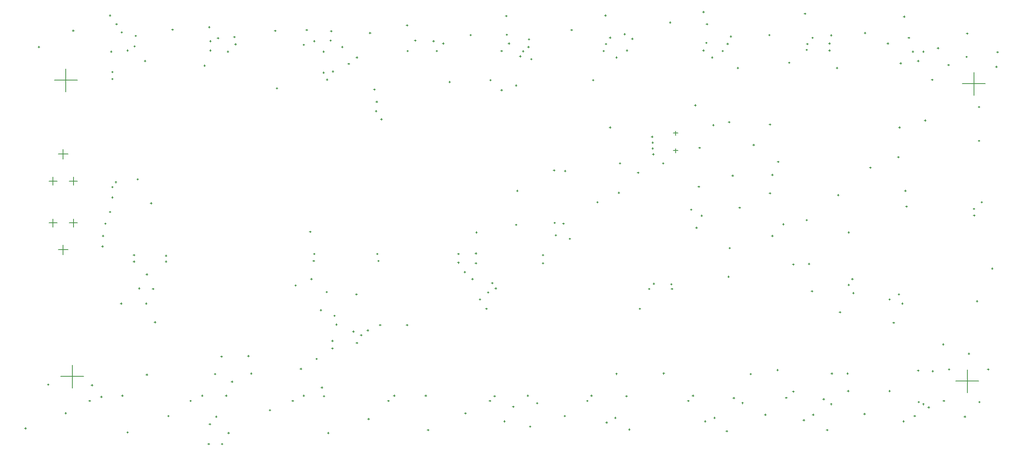
<source format=gbr>
%TF.GenerationSoftware,Altium Limited,Altium Designer,18.1.9 (240)*%
G04 Layer_Color=128*
%FSLAX26Y26*%
%MOIN*%
%TF.FileFunction,Drillmap*%
%TF.Part,Single*%
G01*
G75*
%TA.AperFunction,NonConductor*%
%ADD93C,0.005000*%
D93*
X1406575Y4220000D02*
X1603425D01*
X1505000Y4121575D02*
Y4318425D01*
X1461575Y1680000D02*
X1658425D01*
X1560000Y1581575D02*
Y1778425D01*
X9131575Y1640000D02*
X9328425D01*
X9230000Y1541575D02*
Y1738425D01*
X9189001Y4190000D02*
X9385852D01*
X9287426Y4091575D02*
Y4288425D01*
X6712087Y3615421D02*
X6751457D01*
X6731772Y3595736D02*
Y3635106D01*
X6712087Y3765421D02*
X6751457D01*
X6731772Y3745736D02*
Y3785106D01*
X1360354Y2995945D02*
X1429646D01*
X1395000Y2961299D02*
Y3030590D01*
X1360354Y3355000D02*
X1429646D01*
X1395000Y3320354D02*
Y3389646D01*
X1440158Y2765472D02*
X1525197D01*
X1482677Y2722953D02*
Y2807992D01*
X1440158Y3585551D02*
X1525197D01*
X1482677Y3543032D02*
Y3628071D01*
X1535551Y2995945D02*
X1604842D01*
X1570197Y2961299D02*
Y3030590D01*
X1535551Y3355000D02*
X1604842D01*
X1570197Y3320354D02*
Y3389646D01*
X8632500Y3560000D02*
X8647500D01*
X8640000Y3552500D02*
Y3567500D01*
X9323951Y3700000D02*
X9338951D01*
X9331451Y3692500D02*
Y3707500D01*
X9323951Y3990000D02*
X9338951D01*
X9331451Y3982500D02*
Y3997500D01*
X8922500Y4223609D02*
X8937500D01*
X8930000Y4216109D02*
Y4231109D01*
X3307500Y4150000D02*
X3322500D01*
X3315000Y4142500D02*
Y4157500D01*
X6892500Y4005000D02*
X6907500D01*
X6900000Y3997500D02*
Y4012500D01*
X7847500Y3020870D02*
X7862500D01*
X7855000Y3013370D02*
Y3028370D01*
X7552500Y3408476D02*
X7567500D01*
X7560000Y3400976D02*
Y3415976D01*
X7602500Y3520000D02*
X7617500D01*
X7610000Y3512500D02*
Y3527500D01*
X9202500Y1335000D02*
X9217500D01*
X9210000Y1327500D02*
Y1342500D01*
X8342500Y1358024D02*
X8357500D01*
X8350000Y1350524D02*
Y1365524D01*
X7492500Y1351569D02*
X7507500D01*
X7500000Y1344069D02*
Y1359069D01*
X5773314Y1340000D02*
X5788314D01*
X5780814Y1332500D02*
Y1347500D01*
X4922500Y1364147D02*
X4937500D01*
X4930000Y1356647D02*
Y1371647D01*
X4092500Y1315000D02*
X4107500D01*
X4100000Y1307500D02*
Y1322500D01*
X3247500Y1390000D02*
X3262500D01*
X3255000Y1382500D02*
Y1397500D01*
X2377500Y1340000D02*
X2392500D01*
X2385000Y1332500D02*
Y1347500D01*
X1497500Y1365000D02*
X1512500D01*
X1505000Y1357500D02*
Y1372500D01*
X1561428Y4645000D02*
X1576428D01*
X1568928Y4637500D02*
Y4652500D01*
X2412500Y4653550D02*
X2427500D01*
X2420000Y4646050D02*
Y4661050D01*
X3292500Y4643431D02*
X3307500D01*
X3300000Y4635931D02*
Y4650931D01*
X4105138Y4625000D02*
X4120138D01*
X4112638Y4617500D02*
Y4632500D01*
X4967500Y4606462D02*
X4982500D01*
X4975000Y4598962D02*
Y4613962D01*
X9222500Y4620000D02*
X9237500D01*
X9230000Y4612500D02*
Y4627500D01*
X8347500Y4625000D02*
X8362500D01*
X8355000Y4617500D02*
Y4632500D01*
X7527500Y4606462D02*
X7542500D01*
X7535000Y4598962D02*
Y4613962D01*
X5832500Y4650000D02*
X5847500D01*
X5840000Y4642500D02*
Y4657500D01*
X6237500Y3254421D02*
X6252500D01*
X6245000Y3246921D02*
Y3261921D01*
X6053548Y3173032D02*
X6068548D01*
X6061048Y3165532D02*
Y3180532D01*
X7212500Y3401018D02*
X7227500D01*
X7220000Y3393518D02*
Y3408518D01*
X6929350Y3640000D02*
X6944350D01*
X6936850Y3632500D02*
Y3647500D01*
X7177500Y2535000D02*
X7192500D01*
X7185000Y2527500D02*
Y2542500D01*
X7532500Y3250000D02*
X7547500D01*
X7540000Y3242500D02*
Y3257500D01*
X6677500Y4715000D02*
X6692500D01*
X6685000Y4707500D02*
Y4722500D01*
X9327674Y1460000D02*
X9342674D01*
X9335174Y1452500D02*
Y1467500D01*
X8892500Y1415000D02*
X8907500D01*
X8900000Y1407500D02*
Y1422500D01*
X8847500Y1442025D02*
X8862500D01*
X8855000Y1434525D02*
Y1449525D01*
X1722500Y1605000D02*
X1737500D01*
X1730000Y1597500D02*
Y1612500D01*
X8807500Y1460000D02*
X8822500D01*
X8815000Y1452500D02*
Y1467500D01*
X8238269Y2515000D02*
X8253269D01*
X8245769Y2507500D02*
Y2522500D01*
X8702500Y3137196D02*
X8717500D01*
X8710000Y3129696D02*
Y3144696D01*
X1977500Y4630000D02*
X1992500D01*
X1985000Y4622500D02*
Y4637500D01*
X5537500Y1450000D02*
X5552500D01*
X5545000Y1442500D02*
Y1457500D01*
X7297500Y1451976D02*
X7312500D01*
X7305000Y1444476D02*
Y1459476D01*
X8057500Y1442025D02*
X8072500D01*
X8065000Y1434525D02*
Y1449525D01*
X9022500Y1470000D02*
X9037500D01*
X9030000Y1462500D02*
Y1477500D01*
X9236756Y1875000D02*
X9251756D01*
X9244256Y1867500D02*
Y1882500D01*
X8692500Y3271508D02*
X8707500D01*
X8700000Y3264008D02*
Y3279008D01*
X7187500Y2780000D02*
X7202500D01*
X7195000Y2772500D02*
Y2787500D01*
X6857500Y3110000D02*
X6872500D01*
X6865000Y3102500D02*
Y3117500D01*
X8722500Y4583191D02*
X8737500D01*
X8730000Y4575691D02*
Y4590691D01*
X7897500Y4583191D02*
X7912500D01*
X7905000Y4575691D02*
Y4590691D01*
X6987500Y4539755D02*
X7002500D01*
X6995000Y4532255D02*
Y4547255D01*
X6162500Y4584755D02*
X6177500D01*
X6170000Y4577255D02*
Y4592255D01*
X5296050Y4535000D02*
X5311050D01*
X5303550Y4527500D02*
Y4542500D01*
X4492500Y4560000D02*
X4507500D01*
X4500000Y4552500D02*
Y4567500D01*
X3627500Y4555000D02*
X3642500D01*
X3635000Y4547500D02*
Y4562500D01*
X2802500Y4580245D02*
X2817500D01*
X2810000Y4572745D02*
Y4587745D01*
X8132500Y2230000D02*
X8147500D01*
X8140000Y2222500D02*
Y2237500D01*
X4312500Y1515000D02*
X4327500D01*
X4320000Y1507500D02*
Y1522500D01*
X5152500Y2480000D02*
X5167500D01*
X5160000Y2472500D02*
Y2487500D01*
X5182500Y2435000D02*
X5197500D01*
X5190000Y2427500D02*
Y2442500D01*
X6497500Y2430000D02*
X6512500D01*
X6505000Y2422500D02*
Y2437500D01*
X8207500Y2915000D02*
X8222500D01*
X8215000Y2907500D02*
Y2922500D01*
X8247500Y2395000D02*
X8262500D01*
X8255000Y2387500D02*
Y2402500D01*
X9282500Y3060000D02*
X9297500D01*
X9290000Y3052500D02*
Y3067500D01*
X4142500Y4140000D02*
X4157500D01*
X4150000Y4132500D02*
Y4147500D01*
X3992500Y4415000D02*
X4007500D01*
X4000000Y4407500D02*
Y4422500D01*
X2177500Y4385000D02*
X2192500D01*
X2185000Y4377500D02*
Y4392500D01*
X2229500Y3165000D02*
X2244500D01*
X2237000Y3157500D02*
Y3172500D01*
X2887500Y4465000D02*
X2902500D01*
X2895000Y4457500D02*
Y4472500D01*
X5487500Y4400000D02*
X5502500D01*
X5495000Y4392500D02*
Y4407500D01*
X5392500Y4425000D02*
X5407500D01*
X5400000Y4417500D02*
Y4432500D01*
X5462500Y4505000D02*
X5477500D01*
X5470000Y4497500D02*
Y4512500D01*
X5417500Y4468431D02*
X5432500D01*
X5425000Y4460931D02*
Y4475931D01*
X6962500Y4805000D02*
X6977500D01*
X6970000Y4797500D02*
Y4812500D01*
X7037500Y4415000D02*
X7052500D01*
X7045000Y4407500D02*
Y4422500D01*
X7127500Y4470000D02*
X7142500D01*
X7135000Y4462500D02*
Y4477500D01*
X7852500Y4530000D02*
X7867500D01*
X7860000Y4522500D02*
Y4537500D01*
X8802500Y4385000D02*
X8817500D01*
X8810000Y4377500D02*
Y4392500D01*
X9217500Y4420000D02*
X9232500D01*
X9225000Y4412500D02*
Y4427500D01*
X8757500Y4465000D02*
X8772500D01*
X8765000Y4457500D02*
Y4472500D01*
X8637500Y2384000D02*
X8652500D01*
X8645000Y2376500D02*
Y2391500D01*
X8557500Y2340000D02*
X8572500D01*
X8565000Y2332500D02*
Y2347500D01*
X8592500Y2140000D02*
X8607500D01*
X8600000Y2132500D02*
Y2147500D01*
X8667500Y2305000D02*
X8682500D01*
X8675000Y2297500D02*
Y2312500D01*
X6537500Y2475000D02*
X6552500D01*
X6545000Y2467500D02*
Y2482500D01*
X5587500Y2720000D02*
X5602500D01*
X5595000Y2712500D02*
Y2727500D01*
X6687674Y2470000D02*
X6702674D01*
X6695174Y2462500D02*
Y2477500D01*
X9347500Y3173032D02*
X9362500D01*
X9355000Y3165532D02*
Y3180532D01*
X9279926Y3117426D02*
X9294926D01*
X9287426Y3109926D02*
Y3124926D01*
X3707500Y4465000D02*
X3722500D01*
X3715000Y4457500D02*
Y4472500D01*
X1932500Y4700000D02*
X1947500D01*
X1940000Y4692500D02*
Y4707500D01*
X2087500Y4510000D02*
X2102500D01*
X2095000Y4502500D02*
Y4517500D01*
X2027500Y4475000D02*
X2042500D01*
X2035000Y4467500D02*
Y4482500D01*
X3767500Y4560000D02*
X3782500D01*
X3775000Y4552500D02*
Y4567500D01*
X4649069Y4555000D02*
X4664069D01*
X4656569Y4547500D02*
Y4562500D01*
X4191870Y2120000D02*
X4206870D01*
X4199370Y2112500D02*
Y2127500D01*
X1972500Y2305000D02*
X1987500D01*
X1980000Y2297500D02*
Y2312500D01*
X3962500Y2065000D02*
X3977500D01*
X3970000Y2057500D02*
Y2072500D01*
X4422500Y2120000D02*
X4437500D01*
X4430000Y2112500D02*
Y2127500D01*
X7647500Y2985000D02*
X7662500D01*
X7655000Y2977500D02*
Y2992500D01*
X7552500Y2885000D02*
X7567500D01*
X7560000Y2877500D02*
Y2892500D01*
X6902500Y2955000D02*
X6917500D01*
X6910000Y2947500D02*
Y2962500D01*
X1896500Y3303732D02*
X1911500D01*
X1904000Y3296232D02*
Y3311232D01*
X1897500Y3215000D02*
X1912500D01*
X1905000Y3207500D02*
Y3222500D01*
X1152500Y1235000D02*
X1167500D01*
X1160000Y1227500D02*
Y1242500D01*
X2722500Y1100000D02*
X2737500D01*
X2730000Y1092500D02*
Y1107500D01*
X2837500Y1100000D02*
X2852500D01*
X2845000Y1092500D02*
Y1107500D01*
X7822500Y1305000D02*
X7837500D01*
X7830000Y1297500D02*
Y1312500D01*
X6002500Y1515000D02*
X6017500D01*
X6010000Y1507500D02*
Y1522500D01*
X5457500Y1515000D02*
X5472500D01*
X5465000Y1507500D02*
Y1522500D01*
X5332500Y1420000D02*
X5347500D01*
X5340000Y1412500D02*
Y1427500D01*
X5172500Y1510000D02*
X5187500D01*
X5180000Y1502500D02*
Y1517500D01*
X5257500Y1295000D02*
X5272500D01*
X5265000Y1287500D02*
Y1302500D01*
X8802500Y1730000D02*
X8817500D01*
X8810000Y1722500D02*
Y1737500D01*
X9402500Y1740000D02*
X9417500D01*
X9410000Y1732500D02*
Y1747500D01*
X6872500Y1515000D02*
X6887500D01*
X6880000Y1507500D02*
Y1522500D01*
X7597500Y1735000D02*
X7612500D01*
X7605000Y1727500D02*
Y1742500D01*
X9067500Y1740000D02*
X9082500D01*
X9075000Y1732500D02*
Y1747500D01*
X8927500Y1725000D02*
X8942500D01*
X8935000Y1717500D02*
Y1732500D01*
X6217500Y1702336D02*
X6232500D01*
X6225000Y1694836D02*
Y1709836D01*
X7902500Y1351569D02*
X7917500D01*
X7910000Y1344069D02*
Y1359069D01*
X2082500Y2665000D02*
X2097500D01*
X2090000Y2657500D02*
Y2672500D01*
X2357500Y2665000D02*
X2372500D01*
X2365000Y2657500D02*
Y2672500D01*
X3622500Y2670000D02*
X3637500D01*
X3630000Y2662500D02*
Y2677500D01*
X4177500Y2670000D02*
X4192500D01*
X4185000Y2662500D02*
Y2677500D01*
X4862500Y2655630D02*
X4877500D01*
X4870000Y2648130D02*
Y2663130D01*
X5012500Y2650000D02*
X5027500D01*
X5020000Y2642500D02*
Y2657500D01*
X5587500Y2650000D02*
X5602500D01*
X5595000Y2642500D02*
Y2657500D01*
X6692500Y2430000D02*
X6707500D01*
X6700000Y2422500D02*
Y2437500D01*
X5012500Y2735000D02*
X5027500D01*
X5020000Y2727500D02*
Y2742500D01*
X4862500Y2730000D02*
X4877500D01*
X4870000Y2722500D02*
Y2737500D01*
X4167500Y2730000D02*
X4182500D01*
X4175000Y2722500D02*
Y2737500D01*
X3627500Y2730000D02*
X3642500D01*
X3635000Y2722500D02*
Y2737500D01*
X2357500Y2715000D02*
X2372500D01*
X2365000Y2707500D02*
Y2722500D01*
X2082500Y2720000D02*
X2097500D01*
X2090000Y2712500D02*
Y2727500D01*
X1812500Y2795000D02*
X1827500D01*
X1820000Y2787500D02*
Y2802500D01*
X6247374Y3506508D02*
X6262374D01*
X6254874Y3499008D02*
Y3514008D01*
X6162500Y3815000D02*
X6177500D01*
X6170000Y3807500D02*
Y3822500D01*
X6617374Y3506508D02*
X6632374D01*
X6624874Y3499008D02*
Y3514008D01*
X9437500Y2605000D02*
X9452500D01*
X9445000Y2597500D02*
Y2612500D01*
X8972500Y4495000D02*
X8987500D01*
X8980000Y4487500D02*
Y4502500D01*
X8642500Y3815000D02*
X8657500D01*
X8650000Y3807500D02*
Y3822500D01*
X8542500Y4535000D02*
X8557500D01*
X8550000Y4527500D02*
Y4542500D01*
X8862500Y3875000D02*
X8877500D01*
X8870000Y3867500D02*
Y3882500D01*
X5697500Y2890000D02*
X5712500D01*
X5705000Y2882500D02*
Y2897500D01*
X5017500Y2915000D02*
X5032500D01*
X5025000Y2907500D02*
Y2922500D01*
X3592500Y2920000D02*
X3607500D01*
X3600000Y2912500D02*
Y2927500D01*
X5357108Y2980000D02*
X5372108D01*
X5364608Y2972500D02*
Y2987500D01*
X5367374Y3271508D02*
X5382374D01*
X5374874Y3264008D02*
Y3279008D01*
X4917500Y2575000D02*
X4932500D01*
X4925000Y2567500D02*
Y2582500D01*
X3467500Y2460000D02*
X3482500D01*
X3475000Y2452500D02*
Y2467500D01*
X3062500Y1855000D02*
X3077500D01*
X3070000Y1847500D02*
Y1862500D01*
X4982500Y2515000D02*
X4997500D01*
X4990000Y2507500D02*
Y2522500D01*
X3602500Y2515000D02*
X3617500D01*
X3610000Y2507500D02*
Y2522500D01*
X2832500Y1850000D02*
X2847500D01*
X2840000Y1842500D02*
Y1857500D01*
X2777500Y1700000D02*
X2792500D01*
X2785000Y1692500D02*
Y1707500D01*
X2922500Y1635000D02*
X2937500D01*
X2930000Y1627500D02*
Y1642500D01*
X9307500Y2325000D02*
X9322500D01*
X9315000Y2317500D02*
Y2332500D01*
X5817500Y2860000D02*
X5832500D01*
X5825000Y2852500D02*
Y2867500D01*
X5762500Y2990000D02*
X5777500D01*
X5770000Y2982500D02*
Y2997500D01*
X5777374Y3441508D02*
X5792374D01*
X5784874Y3434008D02*
Y3449008D01*
X5117500Y2400000D02*
X5132500D01*
X5125000Y2392500D02*
Y2407500D01*
X5102500Y2260000D02*
X5117500D01*
X5110000Y2252500D02*
Y2267500D01*
X6402374Y3426508D02*
X6417374D01*
X6409874Y3419008D02*
Y3434008D01*
X6532500Y3585000D02*
X6547500D01*
X6540000Y3577500D02*
Y3592500D01*
X6417500Y2260000D02*
X6432500D01*
X6425000Y2252500D02*
Y2267500D01*
X2737500Y4555000D02*
X2752500D01*
X2745000Y4547500D02*
Y4562500D01*
X7272374Y3126508D02*
X7287374D01*
X7279874Y3119008D02*
Y3134008D01*
X7392500Y3665000D02*
X7407500D01*
X7400000Y3657500D02*
Y3672500D01*
X7047500Y3835000D02*
X7062500D01*
X7055000Y3827500D02*
Y3842500D01*
X7182500Y3860000D02*
X7197500D01*
X7190000Y3852500D02*
Y3867500D01*
X7532500Y3840000D02*
X7547500D01*
X7540000Y3832500D02*
Y3847500D01*
X5047500Y2340000D02*
X5062500D01*
X5055000Y2332500D02*
Y2347500D01*
X6527500Y3635000D02*
X6542500D01*
X6535000Y3627500D02*
Y3642500D01*
X6527500Y3685000D02*
X6542500D01*
X6535000Y3677500D02*
Y3692500D01*
X6522500Y3735000D02*
X6537500D01*
X6530000Y3727500D02*
Y3742500D01*
X5682374Y3446508D02*
X5697374D01*
X5689874Y3439008D02*
Y3454008D01*
X5687674Y2996486D02*
X5702674D01*
X5695174Y2988986D02*
Y3003986D01*
X9472500Y4335000D02*
X9487500D01*
X9480000Y4327500D02*
Y4342500D01*
X9482500Y4460000D02*
X9497500D01*
X9490000Y4452500D02*
Y4467500D01*
X9062500Y4350000D02*
X9077500D01*
X9070000Y4342500D02*
Y4357500D01*
X8392500Y3470000D02*
X8407500D01*
X8400000Y3462500D02*
Y3477500D01*
X8117500Y3235000D02*
X8132500D01*
X8125000Y3227500D02*
Y3242500D01*
X7732500Y2640000D02*
X7747500D01*
X7740000Y2632500D02*
Y2647500D01*
X7867500Y2645000D02*
X7882500D01*
X7875000Y2637500D02*
Y2652500D01*
X7892500Y2410000D02*
X7907500D01*
X7900000Y2402500D02*
Y2417500D01*
X2727500Y4675000D02*
X2742500D01*
X2735000Y4667500D02*
Y4682500D01*
X2952500Y4528431D02*
X2967500D01*
X2960000Y4520931D02*
Y4535931D01*
X3537500Y4523000D02*
X3552500D01*
X3545000Y4515500D02*
Y4530500D01*
X5232500Y4135000D02*
X5247500D01*
X5240000Y4127500D02*
Y4142500D01*
X5357108Y4175000D02*
X5372108D01*
X5364608Y4167500D02*
Y4182500D01*
X6352500Y4575000D02*
X6367500D01*
X6360000Y4567500D02*
Y4582500D01*
X5137500Y4220000D02*
X5152500D01*
X5145000Y4212500D02*
Y4227500D01*
X5272500Y4770000D02*
X5287500D01*
X5280000Y4762500D02*
Y4777500D01*
X4787500Y4205000D02*
X4802500D01*
X4795000Y4197500D02*
Y4212500D01*
X4732579Y4535079D02*
X4747579D01*
X4740079Y4527579D02*
Y4542579D01*
X4202500Y3885000D02*
X4217500D01*
X4210000Y3877500D02*
Y3892500D01*
X2942500Y4590000D02*
X2957500D01*
X2950000Y4582500D02*
Y4597500D01*
X4157500Y3955000D02*
X4172500D01*
X4165000Y3947500D02*
Y3962500D01*
X4422500Y4690000D02*
X4437500D01*
X4430000Y4682500D02*
Y4697500D01*
X3562500Y4650000D02*
X3577500D01*
X3570000Y4642500D02*
Y4657500D01*
X3772500Y4640000D02*
X3787500D01*
X3780000Y4632500D02*
Y4647500D01*
X4677500Y4470000D02*
X4692500D01*
X4685000Y4462500D02*
Y4477500D01*
X4427500Y4470000D02*
X4442500D01*
X4435000Y4462500D02*
Y4477500D01*
X5277500Y4610000D02*
X5292500D01*
X5285000Y4602500D02*
Y4617500D01*
X6127500Y4530000D02*
X6142500D01*
X6135000Y4522500D02*
Y4537500D01*
X6287500Y4615000D02*
X6302500D01*
X6295000Y4607500D02*
Y4622500D01*
X6992500Y4700000D02*
X7007500D01*
X7000000Y4692500D02*
Y4707500D01*
X7169289Y4531642D02*
X7184289D01*
X7176789Y4524142D02*
Y4539142D01*
X8042500Y4535000D02*
X8057500D01*
X8050000Y4527500D02*
Y4542500D01*
X8057500Y4605000D02*
X8072500D01*
X8065000Y4597500D02*
Y4612500D01*
X8042500Y4475000D02*
X8057500D01*
X8050000Y4467500D02*
Y4482500D01*
X5232500Y4470000D02*
X5247500D01*
X5240000Y4462500D02*
Y4477500D01*
X3707500Y4285000D02*
X3722500D01*
X3715000Y4277500D02*
Y4292500D01*
X1897500Y4290000D02*
X1912500D01*
X1905000Y4282500D02*
Y4297500D01*
X3737500Y4225000D02*
X3752500D01*
X3745000Y4217500D02*
Y4232500D01*
X1897500Y4230000D02*
X1912500D01*
X1905000Y4222500D02*
Y4237500D01*
X4162500Y4035000D02*
X4177500D01*
X4170000Y4027500D02*
Y4042500D01*
X1877500Y4775000D02*
X1892500D01*
X1885000Y4767500D02*
Y4782500D01*
X6017500Y4220000D02*
X6032500D01*
X6025000Y4212500D02*
Y4227500D01*
X6217500Y4415000D02*
X6232500D01*
X6225000Y4407500D02*
Y4422500D01*
X8107500Y4325000D02*
X8122500D01*
X8115000Y4317500D02*
Y4332500D01*
X7257500Y4325000D02*
X7272500D01*
X7265000Y4317500D02*
Y4332500D01*
X8652500Y4365000D02*
X8667500D01*
X8660000Y4357500D02*
Y4372500D01*
X8682500Y4765000D02*
X8697500D01*
X8690000Y4757500D02*
Y4772500D01*
X7697500Y4370000D02*
X7712500D01*
X7705000Y4362500D02*
Y4377500D01*
X7832500Y4790000D02*
X7847500D01*
X7840000Y4782500D02*
Y4797500D01*
X7197500Y4595000D02*
X7212500D01*
X7205000Y4587500D02*
Y4602500D01*
X6122500Y4775000D02*
X6137500D01*
X6130000Y4767500D02*
Y4782500D01*
X5467500Y4570000D02*
X5482500D01*
X5475000Y4562500D02*
Y4577500D01*
X1267500Y4505000D02*
X1282500D01*
X1275000Y4497500D02*
Y4512500D01*
X3787500Y4295000D02*
X3802500D01*
X3795000Y4287500D02*
Y4302500D01*
X2097500Y4600000D02*
X2112500D01*
X2105000Y4592500D02*
Y4607500D01*
X3922500Y4360000D02*
X3937500D01*
X3930000Y4352500D02*
Y4367500D01*
X2687500Y4345000D02*
X2702500D01*
X2695000Y4337500D02*
Y4352500D01*
X3867500Y4505000D02*
X3882500D01*
X3875000Y4497500D02*
Y4512500D01*
X1887500Y4465000D02*
X1902500D01*
X1895000Y4457500D02*
Y4472500D01*
X2737500Y4475000D02*
X2752500D01*
X2745000Y4467500D02*
Y4482500D01*
X6107500Y4470000D02*
X6122500D01*
X6115000Y4462500D02*
Y4477500D01*
X6307500Y4475000D02*
X6322500D01*
X6315000Y4467500D02*
Y4482500D01*
X6962500Y4475000D02*
X6977500D01*
X6970000Y4467500D02*
Y4482500D01*
X7847500Y4480000D02*
X7862500D01*
X7855000Y4472500D02*
Y4487500D01*
X8847500Y4465000D02*
X8862500D01*
X8855000Y4457500D02*
Y4472500D01*
X3734500Y2404000D02*
X3749500D01*
X3742000Y2396500D02*
Y2411500D01*
X3988500Y2384000D02*
X4003500D01*
X3996000Y2376500D02*
Y2391500D01*
X2114500Y3371000D02*
X2129500D01*
X2122000Y3363500D02*
Y3378500D01*
X1927500Y3346000D02*
X1942500D01*
X1935000Y3338500D02*
Y3353500D01*
X4029500Y2033000D02*
X4044500D01*
X4037000Y2025500D02*
Y2040500D01*
X3817500Y2125000D02*
X3832500D01*
X3825000Y2117500D02*
Y2132500D01*
X4085500Y2075000D02*
X4100500D01*
X4093000Y2067500D02*
Y2082500D01*
X3992500Y1966252D02*
X4007500D01*
X4000000Y1958752D02*
Y1973752D01*
X3683500Y2248000D02*
X3698500D01*
X3691000Y2240500D02*
Y2255500D01*
X3800500Y2201000D02*
X3815500D01*
X3808000Y2193500D02*
Y2208500D01*
X6621500Y1706000D02*
X6636500D01*
X6629000Y1698500D02*
Y1713500D01*
X2262500Y2145000D02*
X2277500D01*
X2270000Y2137500D02*
Y2152500D01*
X1877500Y3090000D02*
X1892500D01*
X1885000Y3082500D02*
Y3097500D01*
X3782500Y1985000D02*
X3797500D01*
X3790000Y1977500D02*
Y1992500D01*
X3782500Y1920000D02*
X3797500D01*
X3790000Y1912500D02*
Y1927500D01*
X1837500Y2990000D02*
X1852500D01*
X1845000Y2982500D02*
Y2997500D01*
X1817500Y2885000D02*
X1832500D01*
X1825000Y2877500D02*
Y2892500D01*
X3647500Y1830000D02*
X3662500D01*
X3655000Y1822500D02*
Y1837500D01*
X3512500Y1745000D02*
X3527500D01*
X3520000Y1737500D02*
Y1752500D01*
X2127500Y2435000D02*
X2142500D01*
X2135000Y2427500D02*
Y2442500D01*
X2187500Y2305000D02*
X2202500D01*
X2195000Y2297500D02*
Y2312500D01*
X2192500Y2555000D02*
X2207500D01*
X2200000Y2547500D02*
Y2562500D01*
X2245784Y2430000D02*
X2260784D01*
X2253284Y2422500D02*
Y2437500D01*
X1347500Y1610000D02*
X1362500D01*
X1355000Y1602500D02*
Y1617500D01*
X1702500Y1470000D02*
X1717500D01*
X1710000Y1462500D02*
Y1477500D01*
X2192500Y1695000D02*
X2207500D01*
X2200000Y1687500D02*
Y1702500D01*
X2027500Y1200000D02*
X2042500D01*
X2035000Y1192500D02*
Y1207500D01*
X2567500Y1470000D02*
X2582500D01*
X2575000Y1462500D02*
Y1477500D01*
X3087500Y1705000D02*
X3102500D01*
X3095000Y1697500D02*
Y1712500D01*
X2892500Y1195000D02*
X2907500D01*
X2900000Y1187500D02*
Y1202500D01*
X3442500Y1470000D02*
X3457500D01*
X3450000Y1462500D02*
Y1477500D01*
X3747500Y1195000D02*
X3762500D01*
X3755000Y1187500D02*
Y1202500D01*
X4262500Y1470000D02*
X4277500D01*
X4270000Y1462500D02*
Y1477500D01*
X4602500Y1220000D02*
X4617500D01*
X4610000Y1212500D02*
Y1227500D01*
X5132500Y1470000D02*
X5147500D01*
X5140000Y1462500D02*
Y1477500D01*
X6922374Y3306508D02*
X6937374D01*
X6929874Y3299008D02*
Y3314008D01*
X6947374Y3058408D02*
X6962374D01*
X6954874Y3050908D02*
Y3065908D01*
X5477500Y1250000D02*
X5492500D01*
X5485000Y1242500D02*
Y1257500D01*
X5967500Y1470000D02*
X5982500D01*
X5975000Y1462500D02*
Y1477500D01*
X6327500Y1225000D02*
X6342500D01*
X6335000Y1217500D02*
Y1232500D01*
X6832500Y1470000D02*
X6847500D01*
X6840000Y1462500D02*
Y1477500D01*
X8557500Y1555000D02*
X8572500D01*
X8565000Y1547500D02*
Y1562500D01*
X8062500Y1705000D02*
X8077500D01*
X8070000Y1697500D02*
Y1712500D01*
X8022500Y1220000D02*
X8037500D01*
X8030000Y1212500D02*
Y1227500D01*
X8202500Y1555000D02*
X8217500D01*
X8210000Y1547500D02*
Y1562500D01*
X7671634Y1496569D02*
X7686634D01*
X7679134Y1489069D02*
Y1504069D01*
X7367500Y1700000D02*
X7382500D01*
X7375000Y1692500D02*
Y1707500D01*
X7162500Y1210000D02*
X7177500D01*
X7170000Y1202500D02*
Y1217500D01*
X9017500Y1955000D02*
X9032500D01*
X9025000Y1947500D02*
Y1962500D01*
X8197500Y1705000D02*
X8212500D01*
X8205000Y1697500D02*
Y1712500D01*
X1802500Y1505000D02*
X1817500D01*
X1810000Y1497500D02*
Y1512500D01*
X1982500Y1515000D02*
X1997500D01*
X1990000Y1507500D02*
Y1522500D01*
X2667500Y1515000D02*
X2682500D01*
X2675000Y1507500D02*
Y1522500D01*
X2872500Y1515000D02*
X2887500D01*
X2880000Y1507500D02*
Y1522500D01*
X7992500Y1485000D02*
X8007500D01*
X8000000Y1477500D02*
Y1492500D01*
X7222500Y1495000D02*
X7237500D01*
X7230000Y1487500D02*
Y1502500D01*
X6302500Y1510000D02*
X6317500D01*
X6310000Y1502500D02*
Y1517500D01*
X4582500Y1515000D02*
X4597500D01*
X4590000Y1507500D02*
Y1522500D01*
X3537500Y1515000D02*
X3552500D01*
X3545000Y1507500D02*
Y1522500D01*
X3710932Y1510000D02*
X3725932D01*
X3718432Y1502500D02*
Y1517500D01*
X6207500Y1325000D02*
X6222500D01*
X6215000Y1317500D02*
Y1332500D01*
X6132500Y1285000D02*
X6147500D01*
X6140000Y1277500D02*
Y1292500D01*
X7732500Y1550000D02*
X7747500D01*
X7740000Y1542500D02*
Y1557500D01*
X3692500Y1585000D02*
X3707500D01*
X3700000Y1577500D02*
Y1592500D01*
X2732500Y1270000D02*
X2747500D01*
X2740000Y1262500D02*
Y1277500D01*
X2787500Y1335000D02*
X2802500D01*
X2795000Y1327500D02*
Y1342500D01*
X7057500Y1325000D02*
X7072500D01*
X7065000Y1317500D02*
Y1332500D01*
X6977500Y1295000D02*
X6992500D01*
X6985000Y1287500D02*
Y1302500D01*
X8677500Y1295000D02*
X8692500D01*
X8685000Y1287500D02*
Y1302500D01*
X8772500Y1340000D02*
X8787500D01*
X8780000Y1332500D02*
Y1347500D01*
X8207500Y2465000D02*
X8222500D01*
X8215000Y2457500D02*
Y2472500D01*
%TF.MD5,ed3ac3368ff7df00fce1a200919f638f*%
M02*

</source>
